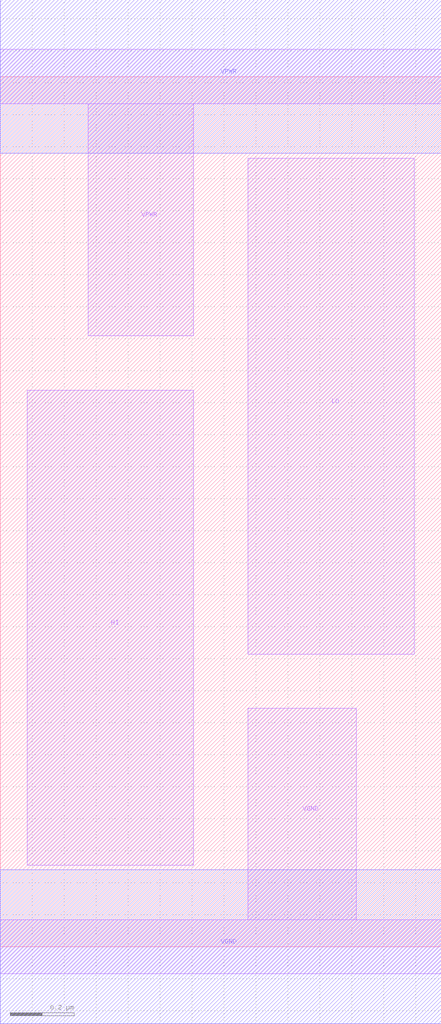
<source format=lef>
# Copyright 2020 The SkyWater PDK Authors
#
# Licensed under the Apache License, Version 2.0 (the "License");
# you may not use this file except in compliance with the License.
# You may obtain a copy of the License at
#
#     https://www.apache.org/licenses/LICENSE-2.0
#
# Unless required by applicable law or agreed to in writing, software
# distributed under the License is distributed on an "AS IS" BASIS,
# WITHOUT WARRANTIES OR CONDITIONS OF ANY KIND, either express or implied.
# See the License for the specific language governing permissions and
# limitations under the License.
#
# SPDX-License-Identifier: Apache-2.0

VERSION 5.5 ;
NAMESCASESENSITIVE ON ;
BUSBITCHARS "[]" ;
DIVIDERCHAR "/" ;
MACRO sky130_fd_sc_hd__conb_1
  CLASS CORE ;
  SOURCE USER ;
  ORIGIN  0.000000  0.000000 ;
  SIZE  1.380000 BY  2.720000 ;
  SYMMETRY X Y R90 ;
  SITE unithd ;
  PIN HI
    ANTENNADIFFAREA  0.000100 ;
    DIRECTION OUTPUT ;
    USE SIGNAL ;
    PORT
      LAYER li1 ;
        RECT 0.085000 0.255000 0.605000 1.740000 ;
    END
  END HI
  PIN LO
    ANTENNADIFFAREA  0.000100 ;
    DIRECTION OUTPUT ;
    USE SIGNAL ;
    PORT
      LAYER li1 ;
        RECT 0.775000 0.915000 1.295000 2.465000 ;
    END
  END LO
  PIN VGND
    DIRECTION INOUT ;
    SHAPE ABUTMENT ;
    USE GROUND ;
    PORT
      LAYER li1 ;
        RECT 0.000000 -0.085000 1.380000 0.085000 ;
        RECT 0.775000  0.085000 1.115000 0.745000 ;
    END
    PORT
      LAYER met1 ;
        RECT 0.000000 -0.240000 1.380000 0.240000 ;
    END
  END VGND
  PIN VPWR
    DIRECTION INOUT ;
    SHAPE ABUTMENT ;
    USE POWER ;
    PORT
      LAYER li1 ;
        RECT 0.000000 2.635000 1.380000 2.805000 ;
        RECT 0.275000 1.910000 0.605000 2.635000 ;
    END
    PORT
      LAYER met1 ;
        RECT 0.000000 2.480000 1.380000 2.960000 ;
    END
  END VPWR
  OBS
  END
END sky130_fd_sc_hd__conb_1

</source>
